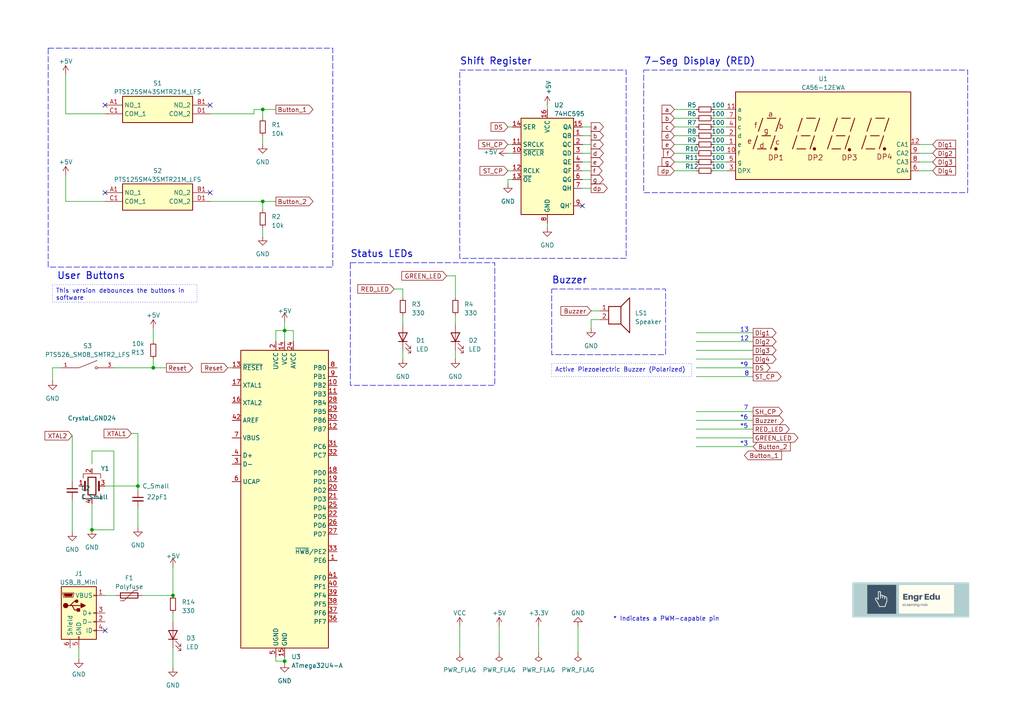
<source format=kicad_sch>
(kicad_sch (version 20230121) (generator eeschema)
  (paper "A4")
  (title_block (title "Arduino Uno Shield") (date "2023-03-22") (rev "1.0"))
  (lib_symbols
    (symbol "+5V_1" (power) (pin_names (offset 0))
      (property "Value" "+5V_1" (at 0 3.556 0))
      (symbol "+5V_1_0_1"
        (polyline (pts (xy -0.762 1.27) (xy 0 2.54)))
        (polyline (pts (xy 0 0) (xy 0 2.54)))
        (polyline (pts (xy 0 2.54) (xy 0.762 1.27)))
      )
      (symbol "+5V_1_1_1"
        (pin power_in line (at 0 0 90) (length 0) hide (name "+5V") (number "1"))
      )
    )
    (symbol "+5V_2" (power) (pin_names (offset 0))
      (property "Value" "+5V_2" (at 0 3.556 0))
      (symbol "+5V_2_0_1"
        (polyline (pts (xy -0.762 1.27) (xy 0 2.54)))
        (polyline (pts (xy 0 0) (xy 0 2.54)))
        (polyline (pts (xy 0 2.54) (xy 0.762 1.27)))
      )
      (symbol "+5V_2_1_1"
        (pin power_in line (at 0 0 90) (length 0) hide (name "+5V") (number "1"))
      )
    )
    (symbol "+5V_3" (power) (pin_names (offset 0))
      (property "Value" "+5V_3" (at 0 3.556 0))
      (symbol "+5V_3_0_1"
        (polyline (pts (xy -0.762 1.27) (xy 0 2.54)))
        (polyline (pts (xy 0 0) (xy 0 2.54)))
        (polyline (pts (xy 0 2.54) (xy 0.762 1.27)))
      )
      (symbol "+5V_3_1_1"
        (pin power_in line (at 0 0 90) (length 0) hide (name "+5V") (number "1"))
      )
    )
    (symbol "+5V_4" (power) (pin_names (offset 0))
      (property "Value" "+5V_4" (at 0 3.556 0))
      (symbol "+5V_4_0_1"
        (polyline (pts (xy -0.762 1.27) (xy 0 2.54)))
        (polyline (pts (xy 0 0) (xy 0 2.54)))
        (polyline (pts (xy 0 2.54) (xy 0.762 1.27)))
      )
      (symbol "+5V_4_1_1"
        (pin power_in line (at 0 0 90) (length 0) hide (name "+5V") (number "1"))
      )
    )
    (symbol "+5V_5" (power) (pin_names (offset 0))
      (property "Value" "+5V_5" (at 0 3.556 0))
      (symbol "+5V_5_0_1"
        (polyline (pts (xy -0.762 1.27) (xy 0 2.54)))
        (polyline (pts (xy 0 0) (xy 0 2.54)))
        (polyline (pts (xy 0 2.54) (xy 0.762 1.27)))
      )
      (symbol "+5V_5_1_1"
        (pin power_in line (at 0 0 90) (length 0) hide (name "+5V") (number "1"))
      )
    )
    (symbol "74xx:74HC595"
      (property "Reference" "U" (at -7.62 13.97 0))
      (property "Value" "74HC595" (at -7.62 -16.51 0))
      (symbol "74HC595_1_0"
        (pin tri_state line (at 10.16 7.62 180) (length 2.54) (name "QB") (number "1"))
        (pin input line (at -10.16 2.54 0) (length 2.54) (name "~{SRCLR}") (number "10"))
        (pin input line (at -10.16 5.08 0) (length 2.54) (name "SRCLK") (number "11"))
        (pin input line (at -10.16 -2.54 0) (length 2.54) (name "RCLK") (number "12"))
        (pin input line (at -10.16 -5.08 0) (length 2.54) (name "~{OE}") (number "13"))
        (pin input line (at -10.16 10.16 0) (length 2.54) (name "SER") (number "14"))
        (pin tri_state line (at 10.16 10.16 180) (length 2.54) (name "QA") (number "15"))
        (pin power_in line (at 0 15.24 270) (length 2.54) (name "VCC") (number "16"))
        (pin tri_state line (at 10.16 5.08 180) (length 2.54) (name "QC") (number "2"))
        (pin tri_state line (at 10.16 2.54 180) (length 2.54) (name "QD") (number "3"))
        (pin tri_state line (at 10.16 0 180) (length 2.54) (name "QE") (number "4"))
        (pin tri_state line (at 10.16 -2.54 180) (length 2.54) (name "QF") (number "5"))
        (pin tri_state line (at 10.16 -5.08 180) (length 2.54) (name "QG") (number "6"))
        (pin tri_state line (at 10.16 -7.62 180) (length 2.54) (name "QH") (number "7"))
        (pin power_in line (at 0 -17.78 90) (length 2.54) (name "GND") (number "8"))
        (pin output line (at 10.16 -12.7 180) (length 2.54) (name "QH'") (number "9"))
      )
      (symbol "74HC595_1_1"
        (rectangle (start -7.62 12.7) (end 7.62 -15.24) (stroke (width 0.254)) (fill (type background)))
      )
    )
    (symbol "Connector:USB_B_Mini" (pin_names (offset 1.016))
      (property "Reference" "J" (at -5.08 11.43 0))
      (property "Value" "USB_B_Mini" (at -5.08 8.89 0))
      (symbol "USB_B_Mini_0_1"
        (rectangle (start -5.08 -7.62) (end 5.08 7.62) (stroke (width 0.254)) (fill (type background)))
        (circle (center -3.81 2.159) (radius 0.635) (stroke (width 0.254)) (fill (type outline)))
        (circle (center -0.635 3.429) (radius 0.381) (stroke (width 0.254)) (fill (type outline)))
        (rectangle (start -0.127 -7.62) (end 0.127 -6.858))
        (polyline (pts (xy -1.905 2.159) (xy 0.635 2.159)) (stroke (width 0.254)))
        (polyline (pts (xy -3.175 2.159) (xy -2.54 2.159) (xy -1.27 3.429) (xy -0.635 3.429)) (stroke (width 0.254)))
        (polyline (pts (xy -2.54 2.159) (xy -1.905 2.159) (xy -1.27 0.889) (xy 0 0.889)) (stroke (width 0.254)))
        (polyline (pts (xy 0.635 2.794) (xy 0.635 1.524) (xy 1.905 2.159) (xy 0.635 2.794)) (stroke (width 0.254)) (fill (type outline)))
        (polyline (pts (xy -4.318 5.588) (xy -1.778 5.588) (xy -2.032 4.826) (xy -4.064 4.826) (xy -4.318 5.588)) (fill (type outline)))
        (polyline (pts (xy -4.699 5.842) (xy -4.699 5.588) (xy -4.445 4.826) (xy -4.445 4.572) (xy -1.651 4.572) (xy -1.651 4.826) (xy -1.397 5.588) (xy -1.397 5.842) (xy -4.699 5.842)))
        (rectangle (start 0.254 1.27) (end -0.508 0.508) (stroke (width 0.254)) (fill (type outline)))
        (rectangle (start 5.08 -5.207) (end 4.318 -4.953))
        (rectangle (start 5.08 -2.667) (end 4.318 -2.413))
        (rectangle (start 5.08 -0.127) (end 4.318 0.127))
        (rectangle (start 5.08 4.953) (end 4.318 5.207))
      )
      (symbol "USB_B_Mini_1_1"
        (pin power_out line (at 7.62 5.08 180) (length 2.54) (name "VBUS") (number "1"))
        (pin bidirectional line (at 7.62 -2.54 180) (length 2.54) (name "D-") (number "2"))
        (pin bidirectional line (at 7.62 0 180) (length 2.54) (name "D+") (number "3"))
        (pin passive line (at 7.62 -5.08 180) (length 2.54) (name "ID") (number "4"))
        (pin power_out line (at 0 -10.16 90) (length 2.54) (name "GND") (number "5"))
        (pin passive line (at -2.54 -10.16 90) (length 2.54) (name "Shield") (number "6"))
      )
    )
    (symbol "Device:C_Small" (pin_numbers hide) (pin_names (offset 0.254) hide)
      (property "Reference" "C" (at 0.254 1.778 0))
      (property "Value" "C_Small" (at 0.254 -2.032 0))
      (symbol "C_Small_0_1"
        (polyline (pts (xy -1.524 -0.508) (xy 1.524 -0.508)) (stroke (width 0.3302)))
        (polyline (pts (xy -1.524 0.508) (xy 1.524 0.508)) (stroke (width 0.3048)))
      )
      (symbol "C_Small_1_1"
        (pin passive line (at 0 2.54 270) (length 2.032) (name "~") (number "1"))
        (pin passive line (at 0 -2.54 90) (length 2.032) (name "~") (number "2"))
      )
    )
    (symbol "Device:Crystal_GND24" (pin_names (offset 1.016) hide)
      (property "Reference" "Y" (at 3.175 5.08 0))
      (property "Value" "Crystal_GND24" (at 3.175 3.175 0))
      (symbol "Crystal_GND24_0_1"
        (rectangle (start -1.143 2.54) (end 1.143 -2.54) (stroke (width 0.3048)))
        (polyline (pts (xy -2.54 0) (xy -2.032 0)))
        (polyline (pts (xy -2.032 -1.27) (xy -2.032 1.27)) (stroke (width 0.508)))
        (polyline (pts (xy 0 -3.81) (xy 0 -3.556)))
        (polyline (pts (xy 0 3.556) (xy 0 3.81)))
        (polyline (pts (xy 2.032 -1.27) (xy 2.032 1.27)) (stroke (width 0.508)))
        (polyline (pts (xy 2.032 0) (xy 2.54 0)))
        (polyline (pts (xy -2.54 -2.286) (xy -2.54 -3.556) (xy 2.54 -3.556) (xy 2.54 -2.286)))
        (polyline (pts (xy -2.54 2.286) (xy -2.54 3.556) (xy 2.54 3.556) (xy 2.54 2.286)))
      )
      (symbol "Crystal_GND24_1_1"
        (pin passive line (at -3.81 0 0) (length 1.27) (name "1") (number "1"))
        (pin passive line (at 0 5.08 270) (length 1.27) (name "2") (number "2"))
        (pin passive line (at 3.81 0 180) (length 1.27) (name "3") (number "3"))
        (pin passive line (at 0 -5.08 90) (length 1.27) (name "4") (number "4"))
      )
    )
    (symbol "Device:LED" (pin_numbers hide) (pin_names (offset 1.016) hide)
      (property "Reference" "D" (at 0 2.54 0))
      (property "Value" "LED" (at 0 -2.54 0))
      (symbol "LED_0_1"
        (polyline (pts (xy -1.27 -1.27) (xy -1.27 1.27)) (stroke (width 0.254)))
        (polyline (pts (xy -1.27 0) (xy 1.27 0)))
        (polyline (pts (xy 1.27 -1.27) (xy 1.27 1.27) (xy -1.27 0) (xy 1.27 -1.27)) (stroke (width 0.254)))
        (polyline (pts (xy -3.048 -0.762) (xy -4.572 -2.286) (xy -3.81 -2.286) (xy -4.572 -2.286) (xy -4.572 -1.524)))
        (polyline (pts (xy -1.778 -0.762) (xy -3.302 -2.286) (xy -2.54 -2.286) (xy -3.302 -2.286) (xy -3.302 -1.524)))
      )
      (symbol "LED_1_1"
        (pin passive line (at -3.81 0 0) (length 2.54) (name "K") (number "1"))
        (pin passive line (at 3.81 0 180) (length 2.54) (name "A") (number "2"))
      )
    )
    (symbol "Device:Polyfuse" (pin_numbers hide) (pin_names (offset 0))
      (property "Reference" "F" (at -2.54 0 90))
      (property "Value" "Polyfuse" (at 2.54 0 90))
      (symbol "Polyfuse_0_1"
        (rectangle (start -0.762 2.54) (end 0.762 -2.54) (stroke (width 0.254)))
        (polyline (pts (xy 0 2.54) (xy 0 -2.54)))
        (polyline (pts (xy -1.524 2.54) (xy -1.524 1.524) (xy 1.524 -1.524) (xy 1.524 -2.54)))
      )
      (symbol "Polyfuse_1_1"
        (pin passive line (at 0 3.81 270) (length 1.27) (name "~") (number "1"))
        (pin passive line (at 0 -3.81 90) (length 1.27) (name "~") (number "2"))
      )
    )
    (symbol "Device:R_Small" (pin_numbers hide) (pin_names (offset 0.254) hide)
      (property "Reference" "R" (at 0.762 0.508 0))
      (property "Value" "R_Small" (at 0.762 -1.016 0))
      (symbol "R_Small_0_1"
        (rectangle (start -0.762 1.778) (end 0.762 -1.778) (stroke (width 0.2032)))
      )
      (symbol "R_Small_1_1"
        (pin passive line (at 0 2.54 270) (length 0.762) (name "~") (number "1"))
        (pin passive line (at 0 -2.54 90) (length 0.762) (name "~") (number "2"))
      )
    )
    (symbol "Device:Speaker" (pin_names (offset 0) hide)
      (property "Reference" "LS" (at 1.27 5.715 0))
      (property "Value" "Speaker" (at 1.27 3.81 0))
      (symbol "Speaker_0_0"
        (rectangle (start -2.54 1.27) (end 1.016 -3.81) (stroke (width 0.254)))
        (polyline (pts (xy 1.016 1.27) (xy 3.556 3.81) (xy 3.556 -6.35) (xy 1.016 -3.81)) (stroke (width 0.254)))
      )
      (symbol "Speaker_1_1"
        (pin input line (at -5.08 0 0) (length 2.54) (name "1") (number "1"))
        (pin input line (at -5.08 -2.54 0) (length 2.54) (name "2") (number "2"))
      )
    )
    (symbol "Display_Character:CA56-12EWA"
      (property "Reference" "U" (at -24.13 13.97 0))
      (property "Value" "CA56-12EWA" (at 19.05 13.97 0))
      (symbol "CA56-12EWA_0_0"
        (rectangle (start -25.4 12.7) (end 25.4 -12.7) (stroke (width 0.254)) (fill (type background)))
        (polyline (pts (xy -20.32 -3.81) (xy -19.05 0)) (stroke (width 0.254)))
        (polyline (pts (xy -19.05 -3.81) (xy -16.51 -3.81)) (stroke (width 0.254)))
        (polyline (pts (xy -18.796 1.27) (xy -17.526 5.08)) (stroke (width 0.254)))
        (polyline (pts (xy -17.78 0) (xy -15.24 0)) (stroke (width 0.254)))
        (polyline (pts (xy -16.256 5.08) (xy -13.716 5.08)) (stroke (width 0.254)))
        (polyline (pts (xy -15.24 -3.81) (xy -13.97 0)) (stroke (width 0.254)))
        (polyline (pts (xy -13.716 1.27) (xy -12.446 5.08)) (stroke (width 0.254)))
        (polyline (pts (xy -8.89 -3.81) (xy -7.62 0)) (stroke (width 0.254)))
        (polyline (pts (xy -7.62 -3.81) (xy -5.08 -3.81)) (stroke (width 0.254)))
        (polyline (pts (xy -7.366 1.27) (xy -6.096 5.08)) (stroke (width 0.254)))
        (polyline (pts (xy -6.35 0) (xy -3.81 0)) (stroke (width 0.254)))
        (polyline (pts (xy -4.826 5.08) (xy -2.286 5.08)) (stroke (width 0.254)))
        (polyline (pts (xy -3.81 -3.81) (xy -2.54 0)) (stroke (width 0.254)))
        (polyline (pts (xy -2.286 1.27) (xy -1.016 5.08)) (stroke (width 0.254)))
        (polyline (pts (xy 1.27 -3.81) (xy 2.54 0)) (stroke (width 0.254)))
        (polyline (pts (xy 2.54 -3.81) (xy 5.08 -3.81)) (stroke (width 0.254)))
        (polyline (pts (xy 2.794 1.27) (xy 4.064 5.08)) (stroke (width 0.254)))
        (polyline (pts (xy 3.81 0) (xy 6.35 0)) (stroke (width 0.254)))
        (polyline (pts (xy 5.334 5.08) (xy 7.874 5.08)) (stroke (width 0.254)))
        (polyline (pts (xy 6.35 -3.81) (xy 7.62 0)) (stroke (width 0.254)))
        (polyline (pts (xy 7.874 1.27) (xy 9.144 5.08)) (stroke (width 0.254)))
        (polyline (pts (xy 11.176 -3.81) (xy 12.446 0)) (stroke (width 0.254)))
        (polyline (pts (xy 12.446 -3.81) (xy 14.986 -3.81)) (stroke (width 0.254)))
        (polyline (pts (xy 12.7 1.27) (xy 13.97 5.08)) (stroke (width 0.254)))
        (polyline (pts (xy 13.716 0) (xy 16.256 0)) (stroke (width 0.254)))
        (polyline (pts (xy 15.24 5.08) (xy 17.78 5.08)) (stroke (width 0.254)))
        (polyline (pts (xy 16.256 -3.81) (xy 17.526 0)) (stroke (width 0.254)))
        (polyline (pts (xy 17.78 1.27) (xy 19.05 5.08)) (stroke (width 0.254)))
        (text "a" (at -15.24 6.35 0) (effects (font (size 1.524 1.524))))
        (text "b" (at -12.192 2.794 0) (effects (font (size 1.524 1.524))))
        (text "c" (at -13.208 -1.778 0) (effects (font (size 1.524 1.524))))
        (text "d" (at -17.78 -2.794 0) (effects (font (size 1.524 1.524))))
        (text "DP1" (at -13.716 -6.35 0) (effects (font (size 1.524 1.524))))
        (text "DP2" (at -2.286 -6.35 0) (effects (font (size 1.524 1.524))))
        (text "DP3" (at 7.62 -6.35 0) (effects (font (size 1.524 1.524))))
        (text "DP4" (at 17.78 -6.096 0) (effects (font (size 1.524 1.524))))
        (text "e" (at -21.336 -1.524 0) (effects (font (size 1.524 1.524))))
        (text "f" (at -19.558 3.048 0) (effects (font (size 1.524 1.524))))
        (text "g" (at -16.51 1.524 0) (effects (font (size 1.524 1.524))))
      )
      (symbol "CA56-12EWA_0_1"
        (circle (center -13.716 -3.81) (radius 0.3556) (stroke (width 0.254)) (fill (type outline)))
        (circle (center -2.54 -3.81) (radius 0.3556) (stroke (width 0.254)) (fill (type outline)))
      )
      (symbol "CA56-12EWA_1_0"
        (circle (center 7.62 -4.064) (radius 0.3556) (stroke (width 0.254)) (fill (type outline)))
        (circle (center 17.78 -3.81) (radius 0.3556) (stroke (width 0.254)) (fill (type outline)))
      )
      (symbol "CA56-12EWA_1_1"
        (pin input line (at -27.94 -2.54 0) (length 2.54) (name "e") (number "1"))
        (pin input line (at -27.94 -5.08 0) (length 2.54) (name "f") (number "10"))
        (pin input line (at -27.94 7.62 0) (length 2.54) (name "a") (number "11"))
        (pin input line (at 27.94 -2.54 180) (length 2.54) (name "CA1") (number "12"))
        (pin input line (at -27.94 0 0) (length 2.54) (name "d") (number "2"))
        (pin input line (at -27.94 -10.16 0) (length 2.54) (name "DPX") (number "3"))
        (pin input line (at -27.94 2.54 0) (length 2.54) (name "c") (number "4"))
        (pin input line (at -27.94 -7.62 0) (length 2.54) (name "g") (number "5"))
        (pin input line (at 27.94 -10.16 180) (length 2.54) (name "CA4") (number "6"))
        (pin input line (at -27.94 5.08 0) (length 2.54) (name "b") (number "7"))
        (pin input line (at 27.94 -7.62 180) (length 2.54) (name "CA3") (number "8"))
        (pin input line (at 27.94 -5.08 180) (length 2.54) (name "CA2") (number "9"))
      )
    )
    (symbol "GND_1" (power) (pin_names (offset 0))
      (property "Value" "GND_1" (at 0 -3.81 0))
      (symbol "GND_1_0_1"
        (polyline (pts (xy 0 0) (xy 0 -1.27) (xy 1.27 -1.27) (xy 0 -2.54) (xy -1.27 -1.27) (xy 0 -1.27)))
      )
      (symbol "GND_1_1_1"
        (pin power_in line (at 0 0 270) (length 0) hide (name "GND") (number "1"))
      )
    )
    (symbol "GND_2" (power) (pin_names (offset 0))
      (property "Value" "GND_2" (at 0 -3.81 0))
      (symbol "GND_2_0_1"
        (polyline (pts (xy 0 0) (xy 0 -1.27) (xy 1.27 -1.27) (xy 0 -2.54) (xy -1.27 -1.27) (xy 0 -1.27)))
      )
      (symbol "GND_2_1_1"
        (pin power_in line (at 0 0 270) (length 0) hide (name "GND") (number "1"))
      )
    )
    (symbol "GND_3" (power) (pin_names (offset 0))
      (property "Value" "GND_3" (at 0 -3.81 0))
      (symbol "GND_3_0_1"
        (polyline (pts (xy 0 0) (xy 0 -1.27) (xy 1.27 -1.27) (xy 0 -2.54) (xy -1.27 -1.27) (xy 0 -1.27)))
      )
      (symbol "GND_3_1_1"
        (pin power_in line (at 0 0 270) (length 0) hide (name "GND") (number "1"))
      )
    )
    (symbol "GND_7" (power) (pin_names (offset 0))
      (property "Value" "GND_7" (at 0 -3.81 0))
      (symbol "GND_7_0_1"
        (polyline (pts (xy 0 0) (xy 0 -1.27) (xy 1.27 -1.27) (xy 0 -2.54) (xy -1.27 -1.27) (xy 0 -1.27)))
      )
      (symbol "GND_7_1_1"
        (pin power_in line (at 0 0 270) (length 0) hide (name "GND") (number "1"))
      )
    )
    (symbol "MCU_Microchip_ATmega:ATmega32U4-A"
      (property "Reference" "U" (at -12.7 44.45 0))
      (property "Value" "ATmega32U4-A" (at 2.54 -44.45 0))
      (symbol "ATmega32U4-A_0_1"
        (rectangle (start -12.7 -43.18) (end 12.7 43.18) (stroke (width 0.254)) (fill (type background)))
      )
      (symbol "ATmega32U4-A_1_1"
        (pin bidirectional line (at 15.24 -17.78 180) (length 2.54) (name "PE6") (number "1"))
        (pin bidirectional line (at 15.24 33.02 180) (length 2.54) (name "PB2") (number "10"))
        (pin bidirectional line (at 15.24 30.48 180) (length 2.54) (name "PB3") (number "11"))
        (pin bidirectional line (at 15.24 20.32 180) (length 2.54) (name "PB7") (number "12"))
        (pin input line (at -15.24 38.1 0) (length 2.54) (name "~{RESET}") (number "13"))
        (pin power_in line (at 0 45.72 270) (length 2.54) (name "VCC") (number "14"))
        (pin power_in line (at 0 -45.72 90) (length 2.54) (name "GND") (number "15"))
        (pin output line (at -15.24 27.94 0) (length 2.54) (name "XTAL2") (number "16"))
        (pin input line (at -15.24 33.02 0) (length 2.54) (name "XTAL1") (number "17"))
        (pin bidirectional line (at 15.24 7.62 180) (length 2.54) (name "PD0") (number "18"))
        (pin bidirectional line (at 15.24 5.08 180) (length 2.54) (name "PD1") (number "19"))
        (pin power_in line (at -2.54 45.72 270) (length 2.54) (name "UVCC") (number "2"))
        (pin bidirectional line (at 15.24 2.54 180) (length 2.54) (name "PD2") (number "20"))
        (pin bidirectional line (at 15.24 0 180) (length 2.54) (name "PD3") (number "21"))
        (pin bidirectional line (at 15.24 -5.08 180) (length 2.54) (name "PD5") (number "22"))
        (pin passive line (at 0 -45.72 90) (length 2.54) hide (name "GND") (number "23"))
        (pin power_in line (at 2.54 45.72 270) (length 2.54) (name "AVCC") (number "24"))
        (pin bidirectional line (at 15.24 -2.54 180) (length 2.54) (name "PD4") (number "25"))
        (pin bidirectional line (at 15.24 -7.62 180) (length 2.54) (name "PD6") (number "26"))
        (pin bidirectional line (at 15.24 -10.16 180) (length 2.54) (name "PD7") (number "27"))
        (pin bidirectional line (at 15.24 27.94 180) (length 2.54) (name "PB4") (number "28"))
        (pin bidirectional line (at 15.24 25.4 180) (length 2.54) (name "PB5") (number "29"))
        (pin bidirectional line (at -15.24 10.16 0) (length 2.54) (name "D-") (number "3"))
        (pin bidirectional line (at 15.24 22.86 180) (length 2.54) (name "PB6") (number "30"))
        (pin bidirectional line (at 15.24 15.24 180) (length 2.54) (name "PC6") (number "31"))
        (pin bidirectional line (at 15.24 12.7 180) (length 2.54) (name "PC7") (number "32"))
        (pin bidirectional line (at 15.24 -15.24 180) (length 2.54) (name "~{HWB}/PE2") (number "33"))
        (pin passive line (at 0 45.72 270) (length 2.54) hide (name "VCC") (number "34"))
        (pin passive line (at 0 -45.72 90) (length 2.54) hide (name "GND") (number "35"))
        (pin bidirectional line (at 15.24 -35.56 180) (length 2.54) (name "PF7") (number "36"))
        (pin bidirectional line (at 15.24 -33.02 180) (length 2.54) (name "PF6") (number "37"))
        (pin bidirectional line (at 15.24 -30.48 180) (length 2.54) (name "PF5") (number "38"))
        (pin bidirectional line (at 15.24 -27.94 180) (length 2.54) (name "PF4") (number "39"))
        (pin bidirectional line (at -15.24 12.7 0) (length 2.54) (name "D+") (number "4"))
        (pin bidirectional line (at 15.24 -25.4 180) (length 2.54) (name "PF1") (number "40"))
        (pin bidirectional line (at 15.24 -22.86 180) (length 2.54) (name "PF0") (number "41"))
        (pin passive line (at -15.24 22.86 0) (length 2.54) (name "AREF") (number "42"))
        (pin passive line (at 0 -45.72 90) (length 2.54) hide (name "GND") (number "43"))
        (pin passive line (at 2.54 45.72 270) (length 2.54) hide (name "AVCC") (number "44"))
        (pin passive line (at -2.54 -45.72 90) (length 2.54) (name "UGND") (number "5"))
        (pin passive line (at -15.24 5.08 0) (length 2.54) (name "UCAP") (number "6"))
        (pin input line (at -15.24 17.78 0) (length 2.54) (name "VBUS") (number "7"))
        (pin bidirectional line (at 15.24 38.1 180) (length 2.54) (name "PB0") (number "8"))
        (pin bidirectional line (at 15.24 35.56 180) (length 2.54) (name "PB1") (number "9"))
      )
    )
    (symbol "PTS125_SMD_Button:PTS125SM43SMTR21M_LFS"
      (property "Reference" "S" (at 26.67 7.62 0))
      (property "Value" "PTS125SM43SMTR21M_LFS" (at 26.67 5.08 0))
      (symbol "PTS125SM43SMTR21M_LFS_1_1"
        (rectangle (start 5.08 2.54) (end 25.4 -5.08) (stroke (width 0.254)) (fill (type background)))
        (pin passive line (at 0 0 0) (length 5.08) (name "NO_1") (number "A1"))
        (pin passive line (at 30.48 0 180) (length 5.08) (name "NO_2") (number "B1"))
        (pin passive line (at 0 -2.54 0) (length 5.08) (name "COM_1") (number "C1"))
        (pin passive line (at 30.48 -2.54 180) (length 5.08) (name "COM_2") (number "D1"))
      )
    )
    (symbol "PTS526_SMD_Button:PTS526_SM08_SMTR2_LFS" (pin_names (offset 1.016))
      (property "Reference" "S" (at -2.54 2.54 0))
      (property "Value" "PTS526_SM08_SMTR2_LFS" (at -2.54 -2.54 0))
      (symbol "PTS526_SM08_SMTR2_LFS_0_0"
        (polyline (pts (xy -2.54 0) (xy -5.08 0)) (stroke (width 0.1524)))
        (polyline (pts (xy -2.54 0) (xy 2.794 2.1336)) (stroke (width 0.1524)))
        (polyline (pts (xy 5.08 0) (xy 2.921 0)) (stroke (width 0.1524)))
        (circle (center 2.54 0) (radius 0.3302) (stroke (width 0.1524)))
        (pin passive line (at -7.62 0 0) (length 2.54) (name "~") (number "1"))
        (pin passive line (at 7.62 0 180) (length 2.54) (name "~") (number "3"))
      )
    )
    (symbol "VCC_1" (power) (pin_names (offset 0))
      (property "Value" "VCC_1" (at 0 3.81 0))
      (symbol "VCC_1_0_1"
        (polyline (pts (xy -0.762 1.27) (xy 0 2.54)))
        (polyline (pts (xy 0 0) (xy 0 2.54)))
        (polyline (pts (xy 0 2.54) (xy 0.762 1.27)))
      )
      (symbol "VCC_1_1_1"
        (pin power_in line (at 0 0 90) (length 0) hide (name "VCC") (number "1"))
      )
    )
    (symbol "power:+3.3V" (power) (pin_names (offset 0))
      (property "Value" "+3.3V" (at 0 3.556 0))
      (symbol "+3.3V_0_1"
        (polyline (pts (xy -0.762 1.27) (xy 0 2.54)))
        (polyline (pts (xy 0 0) (xy 0 2.54)))
        (polyline (pts (xy 0 2.54) (xy 0.762 1.27)))
      )
      (symbol "+3.3V_1_1"
        (pin power_in line (at 0 0 90) (length 0) hide (name "+3.3V") (number "1"))
      )
    )
    (symbol "power:+5V" (power) (pin_names (offset 0))
      (property "Value" "+5V" (at 0 3.556 0))
      (symbol "+5V_0_1"
        (polyline (pts (xy -0.762 1.27) (xy 0 2.54)))
        (polyline (pts (xy 0 0) (xy 0 2.54)))
        (polyline (pts (xy 0 2.54) (xy 0.762 1.27)))
      )
      (symbol "+5V_1_1"
        (pin power_in line (at 0 0 90) (length 0) hide (name "+5V") (number "1"))
      )
    )
    (symbol "power:GND" (power) (pin_names (offset 0))
      (property "Value" "GND" (at 0 -3.81 0))
      (symbol "GND_0_1"
        (polyline (pts (xy 0 0) (xy 0 -1.27) (xy 1.27 -1.27) (xy 0 -2.54) (xy -1.27 -1.27) (xy 0 -1.27)))
      )
      (symbol "GND_1_1"
        (pin power_in line (at 0 0 270) (length 0) hide (name "GND") (number "1"))
      )
    )
    (symbol "power:PWR_FLAG" (power) (pin_numbers hide) (pin_names (offset 0) hide)
      (property "Value" "PWR_FLAG" (at 0 3.81 0))
      (symbol "PWR_FLAG_0_0"
        (pin power_out line (at 0 0 90) (length 0) (name "pwr") (number "1"))
      )
      (symbol "PWR_FLAG_0_1"
        (polyline (pts (xy 0 0) (xy 0 1.27) (xy -1.016 1.905) (xy 0 2.54) (xy 1.016 1.905) (xy 0 1.27)))
      )
    )
  )
  (junction (at 82.55 191.77))
  (junction (at 50.165 172.72))
  (junction (at 76.2 58.42))
  (junction (at 26.67 153.67))
  (junction (at 82.55 95.885))
  (junction (at 44.45 106.68))
  (junction (at 76.2 31.75))
  (junction (at 40.005 140.97))
  (no_connect (at 60.96 30.48))
  (no_connect (at 60.96 55.88))
  (no_connect (at 168.91 59.69))
  (no_connect (at 30.48 182.88))
  (no_connect (at 30.48 30.48))
  (no_connect (at 30.48 55.88))
  (wire (pts (xy 33.02 106.68) (xy 44.45 106.68)))
  (wire (pts (xy 158.75 64.77) (xy 158.75 66.04)))
  (wire (pts (xy 19.05 21.59) (xy 19.05 33.02)))
  (wire (pts (xy 82.55 93.345) (xy 82.55 95.885)))
  (wire (pts (xy 144.78 181.61) (xy 144.78 189.23)))
  (wire (pts (xy 50.165 177.8) (xy 50.165 180.34)))
  (wire (pts (xy 76.2 58.42) (xy 76.2 60.96)))
  (wire (pts (xy 207.01 36.83) (xy 210.82 36.83)))
  (wire (pts (xy 22.86 187.96) (xy 22.86 191.135)))
  (wire (pts (xy 201.93 129.54) (xy 218.44 129.54)))
  (wire (pts (xy 201.93 109.22) (xy 218.44 109.22)))
  (wire (pts (xy 30.48 172.72) (xy 33.655 172.72)))
  (wire (pts (xy 82.55 191.77) (xy 82.55 192.405)))
  (wire (pts (xy 171.45 92.71) (xy 171.45 95.25)))
  (wire (pts (xy 168.91 36.83) (xy 171.45 36.83)))
  (wire (pts (xy 76.2 58.42) (xy 80.01 58.42)))
  (wire (pts (xy 156.21 181.61) (xy 156.21 189.23)))
  (wire (pts (xy 201.93 101.6) (xy 218.44 101.6)))
  (wire (pts (xy 76.2 31.75) (xy 76.2 34.29)))
  (wire (pts (xy 116.84 91.44) (xy 116.84 93.98)))
  (wire (pts (xy 66.04 106.68) (xy 67.31 106.68)))
  (wire (pts (xy 26.67 153.67) (xy 33.02 153.67)))
  (wire (pts (xy 147.32 41.91) (xy 148.59 41.91)))
  (wire (pts (xy 40.005 140.97) (xy 40.005 142.24)))
  (wire (pts (xy 195.58 36.83) (xy 201.93 36.83)))
  (wire (pts (xy 80.01 190.5) (xy 80.01 191.77)))
  (wire (pts (xy 171.45 90.17) (xy 173.99 90.17)))
  (wire (pts (xy 266.7 44.45) (xy 270.51 44.45)))
  (wire (pts (xy 132.08 80.01) (xy 132.08 86.36)))
  (wire (pts (xy 195.58 34.29) (xy 201.93 34.29)))
  (wire (pts (xy 44.45 106.68) (xy 48.26 106.68)))
  (wire (pts (xy 201.93 96.52) (xy 218.44 96.52)))
  (wire (pts (xy 148.59 52.07) (xy 147.32 52.07)))
  (wire (pts (xy 20.955 126.365) (xy 20.955 139.7)))
  (wire (pts (xy 40.005 147.32) (xy 40.005 153.035)))
  (wire (pts (xy 85.09 99.06) (xy 85.09 95.885)))
  (wire (pts (xy 60.96 33.02) (xy 73.66 33.02)))
  (wire (pts (xy 132.08 91.44) (xy 132.08 93.98)))
  (wire (pts (xy 195.58 41.91) (xy 201.93 41.91)))
  (wire (pts (xy 158.75 30.48) (xy 158.75 31.75)))
  (wire (pts (xy 201.93 106.68) (xy 218.44 106.68)))
  (wire (pts (xy 129.54 80.01) (xy 132.08 80.01)))
  (wire (pts (xy 19.05 33.02) (xy 30.48 33.02)))
  (wire (pts (xy 15.24 106.68) (xy 15.24 110.49)))
  (wire (pts (xy 201.93 121.92) (xy 218.44 121.92)))
  (wire (pts (xy 201.93 127) (xy 218.44 127)))
  (wire (pts (xy 195.58 44.45) (xy 201.93 44.45)))
  (wire (pts (xy 147.32 36.83) (xy 148.59 36.83)))
  (wire (pts (xy 207.01 31.75) (xy 210.82 31.75)))
  (wire (pts (xy 76.2 31.75) (xy 80.01 31.75)))
  (wire (pts (xy 201.93 99.06) (xy 218.44 99.06)))
  (wire (pts (xy 26.67 134.62) (xy 26.67 130.81)))
  (wire (pts (xy 132.08 101.6) (xy 132.08 104.14)))
  (wire (pts (xy 168.91 49.53) (xy 171.45 49.53)))
  (wire (pts (xy 266.7 46.99) (xy 270.51 46.99)))
  (wire (pts (xy 40.005 140.97) (xy 30.48 140.97)))
  (wire (pts (xy 19.05 50.8) (xy 19.05 58.42)))
  (wire (pts (xy 147.32 44.45) (xy 148.59 44.45)))
  (wire (pts (xy 201.93 104.14) (xy 218.44 104.14)))
  (wire (pts (xy 207.01 39.37) (xy 210.82 39.37)))
  (wire (pts (xy 82.55 95.885) (xy 82.55 99.06)))
  (wire (pts (xy 73.66 31.75) (xy 76.2 31.75)))
  (wire (pts (xy 20.955 144.78) (xy 20.955 154.305)))
  (wire (pts (xy 50.165 164.465) (xy 50.165 172.72)))
  (wire (pts (xy 82.55 190.5) (xy 82.55 191.77)))
  (wire (pts (xy 195.58 49.53) (xy 201.93 49.53)))
  (wire (pts (xy 173.99 92.71) (xy 171.45 92.71)))
  (wire (pts (xy 80.01 99.06) (xy 80.01 95.885)))
  (wire (pts (xy 17.78 106.68) (xy 15.24 106.68)))
  (wire (pts (xy 40.005 125.73) (xy 40.005 140.97)))
  (wire (pts (xy 147.32 52.07) (xy 147.32 53.34)))
  (wire (pts (xy 207.01 46.99) (xy 210.82 46.99)))
  (wire (pts (xy 19.05 58.42) (xy 30.48 58.42)))
  (wire (pts (xy 168.91 41.91) (xy 171.45 41.91)))
  (wire (pts (xy 207.01 34.29) (xy 210.82 34.29)))
  (wire (pts (xy 195.58 39.37) (xy 201.93 39.37)))
  (wire (pts (xy 201.93 124.46) (xy 218.44 124.46)))
  (wire (pts (xy 207.01 44.45) (xy 210.82 44.45)))
  (wire (pts (xy 133.35 181.61) (xy 133.35 189.23)))
  (wire (pts (xy 26.67 146.05) (xy 26.67 153.67)))
  (wire (pts (xy 80.01 191.77) (xy 82.55 191.77)))
  (wire (pts (xy 76.2 39.37) (xy 76.2 41.91)))
  (wire (pts (xy 33.02 130.81) (xy 33.02 153.67)))
  (wire (pts (xy 168.91 44.45) (xy 171.45 44.45)))
  (wire (pts (xy 201.93 119.38) (xy 218.44 119.38)))
  (wire (pts (xy 266.7 49.53) (xy 270.51 49.53)))
  (wire (pts (xy 168.91 46.99) (xy 171.45 46.99)))
  (wire (pts (xy 168.91 39.37) (xy 171.45 39.37)))
  (wire (pts (xy 76.2 66.04) (xy 76.2 68.58)))
  (wire (pts (xy 44.45 95.25) (xy 44.45 99.06)))
  (wire (pts (xy 195.58 31.75) (xy 201.93 31.75)))
  (wire (pts (xy 195.58 46.99) (xy 201.93 46.99)))
  (wire (pts (xy 85.09 95.885) (xy 82.55 95.885)))
  (wire (pts (xy 116.84 83.82) (xy 116.84 86.36)))
  (wire (pts (xy 38.1 125.73) (xy 40.005 125.73)))
  (wire (pts (xy 116.84 101.6) (xy 116.84 104.14)))
  (wire (pts (xy 50.165 187.96) (xy 50.165 193.675)))
  (wire (pts (xy 207.01 41.91) (xy 210.82 41.91)))
  (wire (pts (xy 168.91 54.61) (xy 171.45 54.61)))
  (wire (pts (xy 167.64 181.61) (xy 167.64 189.23)))
  (wire (pts (xy 266.7 41.91) (xy 270.51 41.91)))
  (wire (pts (xy 44.45 106.68) (xy 44.45 104.14)))
  (wire (pts (xy 73.66 33.02) (xy 73.66 31.75)))
  (wire (pts (xy 147.32 49.53) (xy 148.59 49.53)))
  (wire (pts (xy 60.96 58.42) (xy 76.2 58.42)))
  (wire (pts (xy 80.01 95.885) (xy 82.55 95.885)))
  (wire (pts (xy 114.3 83.82) (xy 116.84 83.82)))
  (wire (pts (xy 26.67 130.81) (xy 33.02 130.81)))
  (wire (pts (xy 168.91 52.07) (xy 171.45 52.07)))
  (wire (pts (xy 41.275 172.72) (xy 50.165 172.72)))
  (wire (pts (xy 207.01 49.53) (xy 210.82 49.53)))
  (rectangle (start 101.6 76.2) (end 143.51 111.76) (stroke (width 0) (type dash)))
  (rectangle (start 160.02 83.82) (end 193.04 102.87) (stroke (width 0) (type dash)))
  (rectangle (start 13.97 13.97) (end 96.52 77.47) (stroke (width 0) (type dash)))
  (rectangle (start 133.35 20.32) (end 181.61 74.93) (stroke (width 0) (type dash)))
  (rectangle (start 186.69 20.32) (end 280.67 55.88) (stroke (width 0) (type dash)))
  (image (at 264.16 173.99) (scale 0.800628))
  (text_box "Active Piezoelectric Buzzer (Polarized)" (at 160.02 105.41 0) (size 40.64 3.81) (stroke (width 0) (type dot)) (effects (font (size 1.27 1.27)) (justify left top)))
  (text_box "This version debounces the buttons in software" (at 15.24 82.55 0) (size 41.91 5.08) (stroke (width 0) (type dot)) (effects (font (size 1.27 1.27)) (justify left top)))
  (text "Shift Register" (at 133.35 19.05 0) (effects (font (size 2 2) (thickness 0.254) bold) (justify left bottom)))
  (text "*9\n" (at 214.63 106.68 0) (effects (font (size 1.27 1.27)) (justify left bottom)))
  (text "8\n" (at 215.9 109.22 0) (effects (font (size 1.27 1.27)) (justify left bottom)))
  (text "*3" (at 214.63 129.54 0) (effects (font (size 1.27 1.27)) (justify left bottom)))
  (text "12\n" (at 214.63 99.06 0) (effects (font (size 1.27 1.27)) (justify left bottom)))
  (text "Status LEDs" (at 101.6 74.93 0) (effects (font (size 2 2) (thickness 0.254) bold) (justify left bottom)))
  (text "13\n" (at 214.63 96.52 0) (effects (font (size 1.27 1.27)) (justify left bottom)))
  (text "*6" (at 214.63 121.92 0) (effects (font (size 1.27 1.27)) (justify left bottom)))
  (text "User Buttons" (at 16.51 81.28 0) (effects (font (size 2 2) (thickness 0.254) bold) (justify left bottom)))
  (text "Buzzer" (at 160.02 82.55 0) (effects (font (size 2 2) (thickness 0.254) bold) (justify left bottom)))
  (text "*5\n" (at 214.63 124.46 0) (effects (font (size 1.27 1.27)) (justify left bottom)))
  (text "* Indicates a PWM-capable pin" (at 177.8 180.34 0) (effects (font (size 1.27 1.27)) (justify left bottom)))
  (text "7-Seg Display (RED)" (at 186.69 19.05 0) (effects (font (size 2 2) (thickness 0.254) bold) (justify left bottom)))
  (text "7" (at 215.6616 119.1576 0) (effects (font (size 1.27 1.27)) (justify left bottom)))
  (global_label "Buzzer" (shape output) (at 218.44 121.92 0) (property "Intersheetrefs" "${INTERSHEET_REFS}" (effects hide)))
  (global_label "e" (shape output) (at 171.45 46.99 0) (property "Intersheetrefs" "${INTERSHEET_REFS}" (effects hide)))
  (global_label "Button_1" (shape output) (at 80.01 31.75 0) (property "Intersheetrefs" "${INTERSHEET_REFS}" (effects hide)))
  (global_label "Reset" (shape input) (at 66.04 106.68 180) (property "Intersheetrefs" "${INTERSHEET_REFS}" (effects hide)))
  (global_label "XTAL2" (shape input) (at 20.955 126.365 180) (property "Intersheetrefs" "${INTERSHEET_REFS}" (effects hide)))
  (global_label "g" (shape output) (at 171.45 52.07 0) (property "Intersheetrefs" "${INTERSHEET_REFS}" (effects hide)))
  (global_label "Dig3" (shape output) (at 218.44 101.6 0) (property "Intersheetrefs" "${INTERSHEET_REFS}" (effects hide)))
  (global_label "dp" (shape output) (at 171.45 54.61 0) (property "Intersheetrefs" "${INTERSHEET_REFS}" (effects hide)))
  (global_label "b" (shape input) (at 195.58 34.29 180) (property "Intersheetrefs" "${INTERSHEET_REFS}" (effects hide)))
  (global_label "f" (shape output) (at 171.45 49.53 0) (property "Intersheetrefs" "${INTERSHEET_REFS}" (effects hide)))
  (global_label "Dig4" (shape output) (at 218.44 104.14 0) (property "Intersheetrefs" "${INTERSHEET_REFS}" (effects hide)))
  (global_label "ST_CP" (shape input) (at 147.32 49.53 180) (property "Intersheetrefs" "${INTERSHEET_REFS}" (effects hide)))
  (global_label "d" (shape input) (at 195.58 39.37 180) (property "Intersheetrefs" "${INTERSHEET_REFS}" (effects hide)))
  (global_label "a" (shape input) (at 195.58 31.75 180) (property "Intersheetrefs" "${INTERSHEET_REFS}" (effects hide)))
  (global_label "c" (shape output) (at 171.45 41.91 0) (property "Intersheetrefs" "${INTERSHEET_REFS}" (effects hide)))
  (global_label "g" (shape input) (at 195.58 46.99 180) (property "Intersheetrefs" "${INTERSHEET_REFS}" (effects hide)))
  (global_label "Dig1" (shape input) (at 270.51 41.91 0) (property "Intersheetrefs" "${INTERSHEET_REFS}" (effects hide)))
  (global_label "XTAL1" (shape input) (at 38.1 125.73 180) (property "Intersheetrefs" "${INTERSHEET_REFS}" (effects hide)))
  (global_label "GREEN_LED" (shape input) (at 129.54 80.01 180) (property "Intersheetrefs" "${INTERSHEET_REFS}" (effects hide)))
  (global_label "SH_CP" (shape output) (at 218.44 119.38 0) (property "Intersheetrefs" "${INTERSHEET_REFS}" (effects hide)))
  (global_label "a" (shape output) (at 171.45 36.83 0) (property "Intersheetrefs" "${INTERSHEET_REFS}" (effects hide)))
  (global_label "Dig2" (shape input) (at 270.51 44.45 0) (property "Intersheetrefs" "${INTERSHEET_REFS}" (effects hide)))
  (global_label "DS" (shape output) (at 218.44 106.68 0) (property "Intersheetrefs" "${INTERSHEET_REFS}" (effects hide)))
  (global_label "DS" (shape input) (at 147.32 36.83 180) (property "Intersheetrefs" "${INTERSHEET_REFS}" (effects hide)))
  (global_label "SH_CP" (shape input) (at 147.32 41.91 180) (property "Intersheetrefs" "${INTERSHEET_REFS}" (effects hide)))
  (global_label "Button_2" (shape output) (at 80.01 58.42 0) (property "Intersheetrefs" "${INTERSHEET_REFS}" (effects hide)))
  (global_label "Button_1" (shape input) (at 215.9 132.08 0) (property "Intersheetrefs" "${INTERSHEET_REFS}" (effects hide)))
  (global_label "Dig4" (shape input) (at 270.51 49.53 0) (property "Intersheetrefs" "${INTERSHEET_REFS}" (effects hide)))
  (global_label "GREEN_LED" (shape output) (at 218.44 127 0) (property "Intersheetrefs" "${INTERSHEET_REFS}" (effects hide)))
  (global_label "Button_2" (shape input) (at 218.44 129.54 0) (property "Intersheetrefs" "${INTERSHEET_REFS}" (effects hide)))
  (global_label "c" (shape input) (at 195.58 36.83 180) (property "Intersheetrefs" "${INTERSHEET_REFS}" (effects hide)))
  (global_label "Dig1" (shape output) (at 218.44 96.52 0) (property "Intersheetrefs" "${INTERSHEET_REFS}" (effects hide)))
  (global_label "dp" (shape input) (at 195.58 49.53 180) (property "Intersheetrefs" "${INTERSHEET_REFS}" (effects hide)))
  (global_label "ST_CP" (shape output) (at 218.44 109.22 0) (property "Intersheetrefs" "${INTERSHEET_REFS}" (effects hide)))
  (global_label "Dig3" (shape input) (at 270.51 46.99 0) (property "Intersheetrefs" "${INTERSHEET_REFS}" (effects hide)))
  (global_label "Buzzer" (shape input) (at 171.45 90.17 180) (property "Intersheetrefs" "${INTERSHEET_REFS}" (effects hide)))
  (global_label "d" (shape output) (at 171.45 44.45 0) (property "Intersheetrefs" "${INTERSHEET_REFS}" (effects hide)))
  (global_label "e" (shape input) (at 195.58 41.91 180) (property "Intersheetrefs" "${INTERSHEET_REFS}" (effects hide)))
  (global_label "RED_LED" (shape output) (at 218.44 124.46 0) (property "Intersheetrefs" "${INTERSHEET_REFS}" (effects hide)))
  (global_label "Reset" (shape output) (at 48.26 106.68 0) (property "Intersheetrefs" "${INTERSHEET_REFS}" (effects hide)))
  (global_label "f" (shape input) (at 195.58 44.45 180) (property "Intersheetrefs" "${INTERSHEET_REFS}" (effects hide)))
  (global_label "b" (shape output) (at 171.45 39.37 0) (property "Intersheetrefs" "${INTERSHEET_REFS}" (effects hide)))
  (global_label "RED_LED" (shape input) (at 114.3 83.82 180) (property "Intersheetrefs" "${INTERSHEET_REFS}" (effects hide)))
  (global_label "Dig2" (shape output) (at 218.44 99.06 0) (property "Intersheetrefs" "${INTERSHEET_REFS}" (effects hide)))
  (symbol (lib_id "power:PWR_FLAG") (at 156.21 189.23 180) (unit 1)
    (property "Reference" "#FLG03" (effects hide))
    (property "Value" "PWR_FLAG" (at 156.21 194.31 0))
  )
  (symbol (lib_id "74xx:74HC595") (at 158.75 46.99 0) (unit 1)
    (property "Reference" "U2" (at 160.7059 30.48 0) (effects (justify left)))
    (property "Value" "74HC595" (at 160.7059 33.02 0) (effects (justify left)))
    (property "Footprint" "Package_SO:TSSOP-16-1EP_4.4x5mm_P0.65mm" (effects hide))
    (property "Datasheet" "http://www.ti.com/lit/ds/symlink/sn74hc595.pdf" (effects hide))
  )
  (symbol (lib_name "+5V_5") (lib_id "power:+5V") (at 50.165 164.465 0) (unit 1)
    (property "Reference" "#PWR025" (effects hide))
    (property "Value" "+5V" (at 50.165 161.29 0))
  )
  (symbol (lib_id "Device:LED") (at 116.84 97.79 90) (unit 1)
    (property "Reference" "D1" (at 120.65 98.7425 90) (effects (justify right)))
    (property "Value" "LED" (at 120.65 101.2825 90) (effects (justify right)))
    (property "Footprint" "LED_SMD:LED_0805_2012Metric" (effects hide))
  )
  (symbol (lib_id "Device:C_Small") (at 20.955 142.24 0) (unit 1)
    (property "Reference" "C2" (at 23.495 141.6113 0) (effects (justify left)))
    (property "Value" "C_Small" (at 23.495 144.1513 0) (effects (justify left)))
  )
  (symbol (lib_name "+5V_2") (lib_id "power:+5V") (at 44.45 95.25 0) (unit 1)
    (property "Reference" "#PWR04" (effects hide))
    (property "Value" "+5V" (at 44.45 91.44 0))
  )
  (symbol (lib_id "power:+3.3V") (at 156.21 181.61 0) (unit 1)
    (property "Reference" "#PWR018" (effects hide))
    (property "Value" "+3.3V" (at 156.21 177.8 0))
  )
  (symbol (lib_id "power:GND") (at 15.24 110.49 0) (unit 1)
    (property "Reference" "#PWR03" (effects hide))
    (property "Value" "GND" (at 15.24 115.57 0))
  )
  (symbol (lib_id "power:GND") (at 40.005 153.035 0) (unit 1)
    (property "Reference" "#PWR013" (effects hide))
    (property "Value" "GND" (at 40.005 158.115 0))
  )
  (symbol (lib_id "power:GND") (at 50.165 193.675 0) (unit 1)
    (property "Reference" "#PWR024" (effects hide))
    (property "Value" "GND" (at 50.165 198.755 0))
  )
  (symbol (lib_id "Device:R_Small") (at 204.47 39.37 90) (unit 1)
    (property "Reference" "R8" (at 200.66 38.1 90))
    (property "Value" "100" (at 208.28 38.1 90))
    (property "Footprint" "Resistor_SMD:R_0805_2012Metric" (effects hide))
  )
  (symbol (lib_id "power:+5V") (at 158.75 30.48 0) (unit 1)
    (property "Reference" "#PWR07" (effects hide))
    (property "Value" "+5V" (at 159.1056 27.432 90) (effects (justify left)))
  )
  (symbol (lib_id "PTS125_SMD_Button:PTS125SM43SMTR21M_LFS") (at 30.48 30.48 0) (unit 1)
    (property "Reference" "S1" (at 45.72 24.13 0))
    (property "Value" "PTS125SM43SMTR21M_LFS" (at 45.72 26.67 0))
    (property "Footprint" "PTS125_SMD_Button:PTS125_SMD_Button" (effects hide))
    (property "Datasheet" "https://www.ckswitches.com/media/1462/pts125.pdf" (effects hide))
    (property "Height" "4.3" (effects hide))
    (property "Manufacturer_Name" "C & K COMPONENTS" (effects hide))
    (property "Manufacturer_Part_Number" "PTS125SM43SMTR21M LFS" (effects hide))
    (property "Mouser Part Number" "611-PTS125S43SMTRLFS" (effects hide))
    (property "Mouser Price/Stock" "https://www.mouser.co.uk/ProductDetail/CK/PTS125SM43SMTR21M-LFS?qs=t7xnP681wgUNXpRGJY2Vkw%3D%3D" (effects hide))
  )
  (symbol (lib_id "Device:R_Small") (at 76.2 36.83 0) (unit 1)
    (property "Reference" "R1" (at 78.74 36.195 0) (effects (justify left)))
    (property "Value" "10k" (at 78.74 38.735 0) (effects (justify left)))
    (property "Footprint" "Resistor_SMD:R_0603_1608Metric" (effects hide))
  )
  (symbol (lib_id "Device:R_Small") (at 76.2 63.5 0) (unit 1)
    (property "Reference" "R2" (at 78.74 62.865 0) (effects (justify left)))
    (property "Value" "10k" (at 78.74 65.405 0) (effects (justify left)))
    (property "Footprint" "Resistor_SMD:R_0603_1608Metric" (effects hide))
  )
  (symbol (lib_name "+5V_1") (lib_id "power:+5V") (at 19.05 50.8 0) (unit 1)
    (property "Reference" "#PWR02" (effects hide))
    (property "Value" "+5V" (at 19.05 46.99 0))
  )
  (symbol (lib_id "Device:R_Small") (at 204.47 36.83 90) (unit 1)
    (property "Reference" "R7" (at 200.66 35.56 90))
    (property "Value" "100" (at 208.28 35.56 90))
    (property "Footprint" "Resistor_SMD:R_0805_2012Metric" (effects hide))
  )
  (symbol (lib_id "Device:LED") (at 132.08 97.79 90) (unit 1)
    (property "Reference" "D2" (at 135.89 98.7425 90) (effects (justify right)))
    (property "Value" "LED" (at 135.89 101.2825 90) (effects (justify right)))
    (property "Footprint" "LED_SMD:LED_0805_2012Metric" (effects hide))
  )
  (symbol (lib_id "Device:R_Small") (at 204.47 44.45 90) (unit 1)
    (property "Reference" "R10" (at 200.66 43.18 90))
    (property "Value" "100" (at 208.28 43.18 90))
    (property "Footprint" "Resistor_SMD:R_0805_2012Metric" (effects hide))
  )
  (symbol (lib_id "PTS125_SMD_Button:PTS125SM43SMTR21M_LFS") (at 30.48 55.88 0) (unit 1)
    (property "Reference" "S2" (at 45.72 49.53 0))
    (property "Value" "PTS125SM43SMTR21M_LFS" (at 45.72 52.07 0))
    (property "Footprint" "PTS125_SMD_Button:PTS125_SMD_Button" (effects hide))
    (property "Datasheet" "https://www.ckswitches.com/media/1462/pts125.pdf" (effects hide))
    (property "Height" "4.3" (effects hide))
    (property "Manufacturer_Name" "C & K COMPONENTS" (effects hide))
    (property "Manufacturer_Part_Number" "PTS125SM43SMTR21M LFS" (effects hide))
    (property "Mouser Part Number" "611-PTS125S43SMTRLFS" (effects hide))
    (property "Mouser Price/Stock" "https://www.mouser.co.uk/ProductDetail/CK/PTS125SM43SMTR21M-LFS?qs=t7xnP681wgUNXpRGJY2Vkw%3D%3D" (effects hide))
  )
  (symbol (lib_name "GND_7") (lib_id "power:GND") (at 167.64 181.61 180) (unit 1)
    (property "Reference" "#PWR019" (effects hide))
    (property "Value" "GND" (at 167.64 177.8 0))
  )
  (symbol (lib_name "VCC_1") (lib_id "power:VCC") (at 133.35 181.61 0) (unit 1)
    (property "Reference" "#PWR011" (effects hide))
    (property "Value" "VCC" (at 133.35 177.8 0))
  )
  (symbol (lib_id "power:GND") (at 82.55 192.405 0) (unit 1)
    (property "Reference" "#PWR021" (effects hide))
    (property "Value" "GND" (at 82.55 197.485 0))
  )
  (symbol (lib_name "+5V_4") (lib_id "power:+5V") (at 82.55 93.345 0) (unit 1)
    (property "Reference" "#PWR022" (effects hide))
    (property "Value" "+5V" (at 82.55 90.17 0))
  )
  (symbol (lib_id "Device:R_Small") (at 116.84 88.9 0) (unit 1)
    (property "Reference" "R3" (at 119.38 88.265 0) (effects (justify left)))
    (property "Value" "330" (at 119.38 90.805 0) (effects (justify left)))
    (property "Footprint" "Resistor_SMD:R_0805_2012Metric" (effects hide))
  )
  (symbol (lib_id "Device:C_Small") (at 40.005 144.78 0) (unit 1)
    (property "Reference" "22pF1" (at 42.545 144.1513 0) (effects (justify left)))
    (property "Value" "C_Small" (at 41.275 140.97 0) (effects (justify left)))
    (property "Footprint" "Capacitor_SMD:C_0603_1608Metric" (effects hide))
  )
  (symbol (lib_name "GND_1") (lib_id "power:GND") (at 76.2 68.58 0) (unit 1)
    (property "Reference" "#PWR015" (effects hide))
    (property "Value" "GND" (at 76.2 73.66 0))
  )
  (symbol (lib_id "Device:Polyfuse") (at 37.465 172.72 90) (unit 1)
    (property "Reference" "F1" (at 37.465 167.64 90))
    (property "Value" "Polyfuse" (at 37.465 170.18 90))
    (property "Footprint" "Fuse:Fuse_1812_4532Metric" (effects hide))
  )
  (symbol (lib_id "power:PWR_FLAG") (at 167.64 189.23 180) (unit 1)
    (property "Reference" "#FLG04" (effects hide))
    (property "Value" "PWR_FLAG" (at 167.64 194.31 0))
  )
  (symbol (lib_id "Device:R_Small") (at 204.47 31.75 90) (unit 1)
    (property "Reference" "R5" (at 200.66 30.48 90))
    (property "Value" "100" (at 208.28 30.48 90))
    (property "Footprint" "Resistor_SMD:R_0805_2012Metric" (effects hide))
  )
  (symbol (lib_id "power:GND") (at 22.86 191.135 0) (unit 1)
    (property "Reference" "#PWR023" (effects hide))
    (property "Value" "GND" (at 22.86 195.58 0))
  )
  (symbol (lib_id "power:+5V") (at 147.32 44.45 90) (unit 1)
    (property "Reference" "#PWR09" (effects hide))
    (property "Value" "+5V" (at 144.272 44.0944 90) (effects (justify left)))
  )
  (symbol (lib_id "PTS526_SMD_Button:PTS526_SM08_SMTR2_LFS") (at 25.4 106.68 0) (unit 1)
    (property "Reference" "S3" (at 25.4 100.33 0))
    (property "Value" "PTS526_SM08_SMTR2_LFS" (at 25.4 102.87 0))
    (property "Footprint" "SW_PTS526_SM08_SMTR2_LFS" (effects hide))
    (property "STANDARD" "Manufacturer Recommendations" (effects hide))
    (property "MANUFACTURER" "C&K" (effects hide))
    (property "PARTREV" "20 mar 19" (effects hide))
    (property "MAXIMUM_PACKAGE_HEIGHT" "0.95mm" (effects hide))
  )
  (symbol (lib_name "GND_1") (lib_id "power:GND") (at 147.32 53.34 0) (unit 1)
    (property "Reference" "#PWR08" (effects hide))
    (property "Value" "GND" (at 147.32 58.42 0))
  )
  (symbol (lib_id "power:GND") (at 20.955 154.305 0) (unit 1)
    (property "Reference" "#PWR014" (effects hide))
    (property "Value" "GND" (at 20.955 159.385 0))
  )
  (symbol (lib_id "Device:LED") (at 50.165 184.15 90) (unit 1)
    (property "Reference" "D3" (at 53.975 185.1025 90) (effects (justify right)))
    (property "Value" "LED" (at 53.975 187.6425 90) (effects (justify right)))
    (property "Footprint" "LED_SMD:LED_0805_2012Metric" (effects hide))
  )
  (symbol (lib_id "Device:R_Small") (at 44.45 101.6 180) (unit 1)
    (property "Reference" "R13" (at 41.91 102.235 0) (effects (justify left)))
    (property "Value" "10k" (at 41.91 99.695 0) (effects (justify left)))
    (property "Footprint" "Resistor_SMD:R_0603_1608Metric" (effects hide))
  )
  (symbol (lib_id "Display_Character:CA56-12EWA") (at 238.76 39.37 0) (unit 1)
    (property "Reference" "U1" (at 238.76 22.86 0))
    (property "Value" "CA56-12EWA" (at 238.76 25.4 0))
    (property "Footprint" "Display_7Segment:CA56-12EWA" (effects hide))
    (property "Datasheet" "http://cdn.sparkfun.com/datasheets/Components/LED/1LEDREDCC.pdf" (effects hide))
  )
  (symbol (lib_name "+5V_1") (lib_id "power:+5V") (at 19.05 21.59 0) (unit 1)
    (property "Reference" "#PWR01" (effects hide))
    (property "Value" "+5V" (at 19.05 17.78 0))
  )
  (symbol (lib_name "+5V_3") (lib_id "power:+5V") (at 144.78 181.61 0) (unit 1)
    (property "Reference" "#PWR017" (effects hide))
    (property "Value" "+5V" (at 144.78 177.8 0))
  )
  (symbol (lib_name "GND_2") (lib_id "power:GND") (at 132.08 104.14 0) (unit 1)
    (property "Reference" "#PWR020" (effects hide))
    (property "Value" "GND" (at 132.08 109.22 0))
  )
  (symbol (lib_id "Device:R_Small") (at 204.47 46.99 90) (unit 1)
    (property "Reference" "R11" (at 200.66 45.72 90))
    (property "Value" "100" (at 208.28 45.72 90))
    (property "Footprint" "Resistor_SMD:R_0805_2012Metric" (effects hide))
  )
  (symbol (lib_id "Device:R_Small") (at 132.08 88.9 0) (unit 1)
    (property "Reference" "R4" (at 134.62 88.265 0) (effects (justify left)))
    (property "Value" "330" (at 134.62 90.805 0) (effects (justify left)))
    (property "Footprint" "Resistor_SMD:R_0805_2012Metric" (effects hide))
  )
  (symbol (lib_id "Device:R_Small") (at 204.47 34.29 90) (unit 1)
    (property "Reference" "R6" (at 200.66 33.02 90))
    (property "Value" "100" (at 208.28 33.02 90))
    (property "Footprint" "Resistor_SMD:R_0805_2012Metric" (effects hide))
  )
  (symbol (lib_name "GND_1") (lib_id "power:GND") (at 171.45 95.25 0) (unit 1)
    (property "Reference" "#PWR016" (effects hide))
    (property "Value" "GND" (at 171.45 100.33 0))
  )
  (symbol (lib_id "power:PWR_FLAG") (at 133.35 189.23 180) (unit 1)
    (property "Reference" "#FLG01" (effects hide))
    (property "Value" "PWR_FLAG" (at 133.35 194.31 0))
  )
  (symbol (lib_name "GND_3") (lib_id "power:GND") (at 158.75 66.04 0) (unit 1)
    (property "Reference" "#PWR06" (effects hide))
    (property "Value" "GND" (at 158.75 71.12 0))
  )
  (symbol (lib_id "Connector:USB_B_Mini") (at 22.86 177.8 0) (unit 1)
    (property "Reference" "J1" (at 22.86 166.37 0))
    (property "Value" "USB_B_Mini" (at 22.86 168.91 0))
    (property "Footprint" "Connector_USB:USB_Mini-B_Lumberg_2486_01_Horizontal" (effects hide))
  )
  (symbol (lib_id "power:PWR_FLAG") (at 144.78 189.23 180) (unit 1)
    (property "Reference" "#FLG02" (effects hide))
    (property "Value" "PWR_FLAG" (at 144.78 194.31 0))
  )
  (symbol (lib_id "Device:R_Small") (at 50.165 175.26 0) (unit 1)
    (property "Reference" "R14" (at 52.705 174.625 0) (effects (justify left)))
    (property "Value" "330" (at 52.705 177.165 0) (effects (justify left)))
    (property "Footprint" "Resistor_SMD:R_0805_2012Metric" (effects hide))
  )
  (symbol (lib_id "Device:Crystal_GND24") (at 26.67 140.97 0) (unit 1)
    (property "Reference" "Y1" (at 30.48 135.89 0))
    (property "Value" "Crystal_GND24" (at 26.67 121.285 0))
    (property "Footprint" "Crystal:Crystal_SMD_Abracon_ABM8AIG-4Pin_3.2x2.5mm" (effects hide))
  )
  (symbol (lib_id "Device:R_Small") (at 204.47 41.91 90) (unit 1)
    (property "Reference" "R9" (at 200.66 40.64 90))
    (property "Value" "100" (at 208.28 40.64 90))
    (property "Footprint" "Resistor_SMD:R_0805_2012Metric" (effects hide))
  )
  (symbol (lib_id "Device:Speaker") (at 179.07 90.17 0) (unit 1)
    (property "Reference" "LS1" (at 184.15 90.805 0) (effects (justify left)))
    (property "Value" "Speaker" (at 184.15 93.345 0) (effects (justify left)))
    (property "Footprint" "Buzzer_Beeper:Buzzer_12x9.5RM7.6" (effects hide))
    (property "Datasheet" "https://www.digikey.com/en/products/detail/cui-devices/CMI-1295IC-0585T/11674150?utm_adgroup=Alarms%2C%20Buzzers%2C%20and%20Sirens&utm_source=google&utm_medium=cpc&utm_campaign=Shopping_Product_Audio%20Products_NEW&utm_term=&utm_content=Alarms%2C%20Buzzers%2C%20and%20Sirens&gclid=CjwKCAjwzuqgBhAcEiwAdj5dRt8nz1IuytFLjx3uwWgVUeIhfTmZ3ysWix6dXCToN1KqcPwJXCrWqhoCtbEQAvD_BwE" (effects hide))
  )
  (symbol (lib_id "MCU_Microchip_ATmega:ATmega32U4-A") (at 82.55 144.78 0) (unit 1)
    (property "Reference" "U3" (at 84.5059 190.5 0) (effects (justify left)))
    (property "Value" "ATmega32U4-A" (at 84.5059 193.04 0) (effects (justify left)))
    (property "Footprint" "Package_QFP:TQFP-44_10x10mm_P0.8mm" (effects hide))
    (property "Datasheet" "http://ww1.microchip.com/downloads/en/DeviceDoc/Atmel-7766-8-bit-AVR-ATmega16U4-32U4_Datasheet.pdf" (effects hide))
  )
  (symbol (lib_name "GND_1") (lib_id "power:GND") (at 116.84 104.14 0) (unit 1)
    (property "Reference" "#PWR010" (effects hide))
    (property "Value" "GND" (at 116.84 109.22 0))
  )
  (symbol (lib_id "power:GND") (at 26.67 153.67 0) (unit 1)
    (property "Reference" "#PWR05" (effects hide))
    (property "Value" "GND" (at 26.67 158.75 0))
  )
  (symbol (lib_id "Device:R_Small") (at 204.47 49.53 90) (unit 1)
    (property "Reference" "R12" (at 200.66 48.26 90))
    (property "Value" "100" (at 208.28 48.26 90))
    (property "Footprint" "Resistor_SMD:R_0805_2012Metric" (effects hide))
  )
  (symbol (lib_name "GND_1") (lib_id "power:GND") (at 76.2 41.91 0) (unit 1)
    (property "Reference" "#PWR012" (effects hide))
    (property "Value" "GND" (at 76.2 46.99 0))
  )
)
</source>
